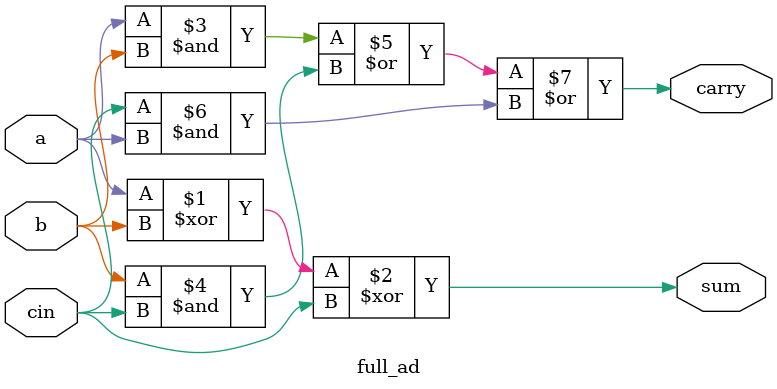
<source format=v>
module full_ad(input a,b,cin,output sum,carry);
  assign sum = a^b^cin;
  assign carry = (a&b)|(b&cin)|(cin&a);
endmodule
    

</source>
